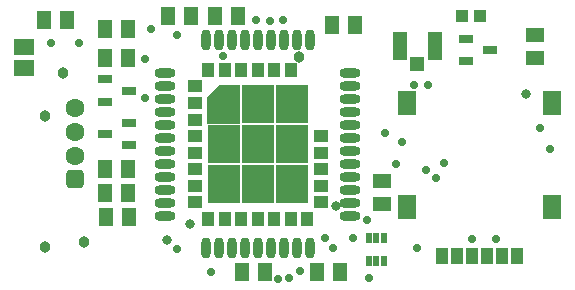
<source format=gbr>
G04*
G04 #@! TF.GenerationSoftware,Altium Limited,Altium Designer,23.0.1 (38)*
G04*
G04 Layer_Color=8388736*
%FSLAX25Y25*%
%MOIN*%
G70*
G04*
G04 #@! TF.SameCoordinates,7EA281D9-4360-43E8-82A8-E858FA6B50C7*
G04*
G04*
G04 #@! TF.FilePolarity,Negative*
G04*
G01*
G75*
%ADD26R,0.05918X0.07887*%
%ADD27R,0.04343X0.05524*%
%ADD28R,0.11036X0.13005*%
%ADD29R,0.04343X0.05131*%
%ADD30R,0.05131X0.04343*%
%ADD31O,0.03162X0.07099*%
%ADD32O,0.07099X0.03162*%
%ADD33R,0.01981X0.03556*%
%ADD34R,0.06115X0.04934*%
%ADD35R,0.04934X0.06115*%
%ADD36R,0.06706X0.05524*%
%ADD37R,0.04737X0.03162*%
%ADD38R,0.03950X0.03950*%
%ADD39R,0.05131X0.09658*%
%ADD40R,0.04934X0.05131*%
G04:AMPARAMS|DCode=41|XSize=63.12mil|YSize=63.12mil|CornerRadius=17.78mil|HoleSize=0mil|Usage=FLASHONLY|Rotation=90.000|XOffset=0mil|YOffset=0mil|HoleType=Round|Shape=RoundedRectangle|*
%AMROUNDEDRECTD41*
21,1,0.06312,0.02756,0,0,90.0*
21,1,0.02756,0.06312,0,0,90.0*
1,1,0.03556,0.01378,0.01378*
1,1,0.03556,0.01378,-0.01378*
1,1,0.03556,-0.01378,-0.01378*
1,1,0.03556,-0.01378,0.01378*
%
%ADD41ROUNDEDRECTD41*%
%ADD42C,0.06312*%
%ADD43C,0.02800*%
%ADD44C,0.03800*%
%ADD45C,0.03300*%
G36*
X377095Y256504D02*
X366071D01*
Y265441D01*
X370126Y269496D01*
X377095D01*
Y256504D01*
D02*
G37*
D26*
X432787Y263287D02*
D03*
Y228642D02*
D03*
X481213Y263287D02*
D03*
Y228642D02*
D03*
D27*
X444500Y212500D02*
D03*
X454500D02*
D03*
X464500D02*
D03*
X449500D02*
D03*
X459500D02*
D03*
X469500D02*
D03*
D28*
X383000Y263000D02*
D03*
X394417D02*
D03*
X371583Y249614D02*
D03*
X383000D02*
D03*
X394417D02*
D03*
X371583Y236228D02*
D03*
X383000D02*
D03*
X394417D02*
D03*
D29*
X366465Y274417D02*
D03*
X371976D02*
D03*
X377488D02*
D03*
X383000D02*
D03*
X388512D02*
D03*
X394024D02*
D03*
X399535Y224811D02*
D03*
X394024D02*
D03*
X388512D02*
D03*
X383000D02*
D03*
X377488D02*
D03*
X371976D02*
D03*
X366465D02*
D03*
D30*
X404063Y252370D02*
D03*
Y246858D02*
D03*
Y241347D02*
D03*
Y235835D02*
D03*
Y230323D02*
D03*
X361937D02*
D03*
Y235835D02*
D03*
Y241347D02*
D03*
Y246858D02*
D03*
Y252370D02*
D03*
Y257882D02*
D03*
Y263394D02*
D03*
Y268905D02*
D03*
D31*
X365677Y284260D02*
D03*
X370008D02*
D03*
X374339D02*
D03*
X378669D02*
D03*
X383000D02*
D03*
X387331D02*
D03*
X391661D02*
D03*
X395992D02*
D03*
X400323D02*
D03*
Y214968D02*
D03*
X395992D02*
D03*
X391661D02*
D03*
X387331D02*
D03*
X383000D02*
D03*
X378669D02*
D03*
X374339D02*
D03*
X370008D02*
D03*
X365677D02*
D03*
D32*
X413905Y273433D02*
D03*
Y269102D02*
D03*
Y264772D02*
D03*
Y260441D02*
D03*
Y256110D02*
D03*
Y251780D02*
D03*
Y247449D02*
D03*
Y243118D02*
D03*
Y238787D02*
D03*
Y234457D02*
D03*
Y230126D02*
D03*
Y225795D02*
D03*
X352095D02*
D03*
Y230126D02*
D03*
Y234457D02*
D03*
Y238787D02*
D03*
Y243118D02*
D03*
Y247449D02*
D03*
Y251780D02*
D03*
Y256110D02*
D03*
Y260441D02*
D03*
Y264772D02*
D03*
Y269102D02*
D03*
Y273433D02*
D03*
D33*
X425059Y218437D02*
D03*
X422500D02*
D03*
X419941D02*
D03*
Y210563D02*
D03*
X422500D02*
D03*
X425059D02*
D03*
D34*
X424500Y229661D02*
D03*
Y237339D02*
D03*
X475500Y286000D02*
D03*
Y278323D02*
D03*
D35*
X410500Y207000D02*
D03*
X385339D02*
D03*
X319500Y291000D02*
D03*
X311823D02*
D03*
X332161Y233500D02*
D03*
X339839D02*
D03*
X339839Y241500D02*
D03*
X332161D02*
D03*
X339839Y288000D02*
D03*
X332161D02*
D03*
X340000Y225500D02*
D03*
X332323D02*
D03*
X332161Y278500D02*
D03*
X339839D02*
D03*
X377661Y207000D02*
D03*
X402823D02*
D03*
X376500Y292500D02*
D03*
X368823D02*
D03*
X360839D02*
D03*
X353161D02*
D03*
X407661Y289500D02*
D03*
X415339D02*
D03*
D36*
X305000Y282043D02*
D03*
Y274957D02*
D03*
D37*
X452563Y284740D02*
D03*
Y277260D02*
D03*
X460437Y281000D02*
D03*
X339937Y249260D02*
D03*
Y256740D02*
D03*
X332063Y253000D02*
D03*
Y271240D02*
D03*
Y263760D02*
D03*
X339937Y267500D02*
D03*
D38*
X451047Y292500D02*
D03*
X456953D02*
D03*
D39*
X430386Y282500D02*
D03*
X442000D02*
D03*
D40*
X436193Y276398D02*
D03*
D41*
X322000Y238000D02*
D03*
D42*
Y245874D02*
D03*
Y253748D02*
D03*
Y261622D02*
D03*
D43*
X480500Y248000D02*
D03*
X420000Y205000D02*
D03*
X382500Y291000D02*
D03*
X389772Y204768D02*
D03*
X397000Y207550D02*
D03*
X393500Y205000D02*
D03*
X445047Y243547D02*
D03*
X462304Y218133D02*
D03*
X454500Y218200D02*
D03*
X323500Y283500D02*
D03*
X314000D02*
D03*
X429000Y242900D02*
D03*
X439000Y241000D02*
D03*
X391500Y290900D02*
D03*
X367500Y207000D02*
D03*
X436000Y215000D02*
D03*
X414626Y218374D02*
D03*
X408000Y215000D02*
D03*
X405500Y218500D02*
D03*
X419500Y224500D02*
D03*
X356000Y214785D02*
D03*
X442500Y238500D02*
D03*
X347500Y288000D02*
D03*
X356000Y285950D02*
D03*
X387000Y290750D02*
D03*
X425500Y253500D02*
D03*
X435000Y269500D02*
D03*
X431093Y250448D02*
D03*
X371349Y279207D02*
D03*
X345500Y265000D02*
D03*
X439700Y269409D02*
D03*
X477000Y255000D02*
D03*
X345354Y278146D02*
D03*
D44*
X312000Y259000D02*
D03*
X318000Y273500D02*
D03*
X396818Y278726D02*
D03*
X325000Y217000D02*
D03*
X312000Y215500D02*
D03*
D45*
X352835Y217835D02*
D03*
X408920Y228969D02*
D03*
X360523Y223129D02*
D03*
X472500Y266500D02*
D03*
M02*

</source>
